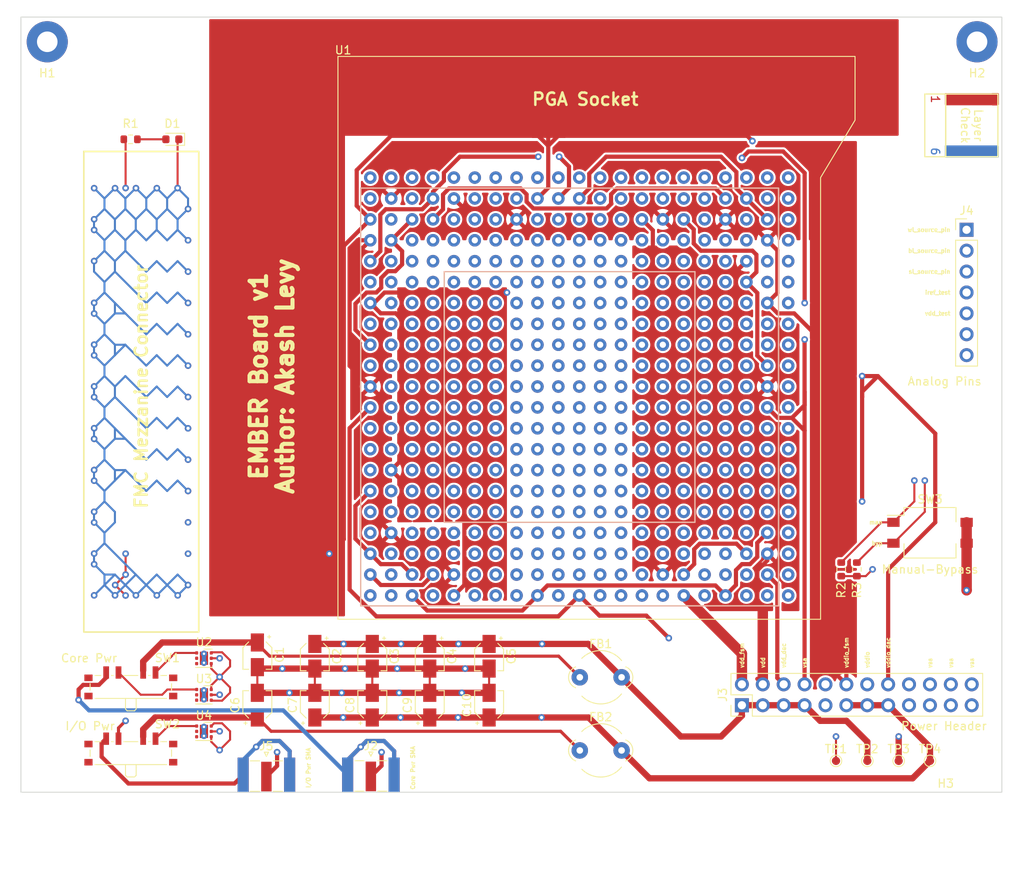
<source format=kicad_pcb>
(kicad_pcb (version 20211014) (generator pcbnew)
  (title_block (title "EMBER PCB Layout") (date "2022-10-13") (company "Stanford University"))
  (layers (0 "F.Cu" signal) (1 "In1.Cu" power) (2 "In2.Cu" power) (3 "In3.Cu" signal) (4 "In4.Cu" signal) (31 "B.Cu" signal) (34 "B.Paste" user) (35 "F.Paste" user) (36 "B.SilkS" user "B.Silkscreen") (37 "F.SilkS" user "F.Silkscreen") (38 "B.Mask" user) (39 "F.Mask" user) (44 "Edge.Cuts" user))
  (net 0 "")
  (net 1 "Net-(C6-Pad1)")
  (net 2 "Net-(J1-PadD1)")
  (net 3 "Net-(J2-Pad2)")
  (net 9 "Net-(SW1-Pad2)")
  (net 10 "Net-(SW1-Pad4)")
  (net 36 "Net-(C1-Pad1)")
  (net 37 "GND")
  (net 38 "Net-(D1-Pad2)")
  (net 39 "+3.3V")
  (net 40 "/sclk")
  (net 41 "/sc")
  (net 42 "/mosi")
  (net 43 "/miso")
  (net 44 "/rst_n")
  (net 45 "/mclk_pause")
  (net 46 "/byp")
  (net 47 "/man")
  (net 48 "/clamp_ref_0")
  (net 49 "/clamp_ref_1")
  (net 50 "/clamp_ref_2")
  (net 51 "/clamp_ref_3")
  (net 52 "/clamp_ref_4")
  (net 53 "/clamp_ref_5")
  (net 54 "/core_pwr")
  (net 55 "/vdd_fsm")
  (net 56 "/vdd")
  (net 57 "/vdd_dac")
  (net 58 "/vsa")
  (net 61 "/io_pwr")
  (net 62 "/vddio_fsm")
  (net 63 "/vddio")
  (net 64 "/vddio_dac")
  (net 67 "/wl_source_pin")
  (net 68 "/bl_source_pin")
  (net 69 "/sl_source_pin")
  (net 70 "/iref_test")
  (net 71 "/vdd_test")
  (net 237 "/di_36")
  (net 238 "/di_47")
  (net 239 "/read_ref_4")
  (net 240 "/rram_addr_0")
  (net 241 "/rram_addr_2")
  (net 242 "/rram_addr_10")
  (net 243 "/di_34")
  (net 244 "/sa_en")
  (net 245 "/read_ref_1")
  (net 246 "/read_ref_2")
  (net 247 "/rram_addr_1")
  (net 248 "/rram_addr_6")
  (net 249 "/sl_en")
  (net 250 "/read_dac_config_0")
  (net 251 "/di_37")
  (net 252 "/di_39")
  (net 253 "/di_41")
  (net 254 "/di_42")
  (net 255 "/di_44")
  (net 256 "/di_45")
  (net 257 "/set_rst")
  (net 258 "/read_ref_5")
  (net 259 "/rram_addr_4")
  (net 260 "/rram_addr_5")
  (net 261 "/rram_addr_8")
  (net 262 "/rram_addr_11")
  (net 263 "/rram_addr_13")
  (net 264 "/rram_addr_15")
  (net 265 "/di_27")
  (net 266 "/di_32")
  (net 267 "/di_33")
  (net 268 "/di_35")
  (net 269 "/di_38")
  (net 270 "/di_40")
  (net 271 "/di_43")
  (net 272 "/di_46")
  (net 273 "/read_ref_0")
  (net 274 "/read_ref_3")
  (net 275 "/rram_addr_3")
  (net 276 "/rram_addr_7")
  (net 277 "/rram_addr_9")
  (net 278 "/rram_addr_12")
  (net 279 "/rram_addr_14")
  (net 280 "/we")
  (net 281 "/read_dac_config_2")
  (net 282 "/di_23")
  (net 283 "/di_30")
  (net 284 "/di_31")
  (net 285 "/read_dac_config_1")
  (net 286 "/wl_dac_config_0")
  (net 287 "/wl_dac_config_3")
  (net 288 "/wl_dac_config_5")
  (net 289 "/di_25")
  (net 290 "/di_28")
  (net 291 "/di_29")
  (net 292 "/read_dac_config_3")
  (net 293 "/wl_dac_config_2")
  (net 294 "/wl_dac_config_7")
  (net 295 "/di_18")
  (net 296 "/di_24")
  (net 297 "/di_26")
  (net 298 "/wl_dac_config_1")
  (net 299 "/wl_dac_config_4")
  (net 300 "/di_16")
  (net 301 "/di_21")
  (net 302 "/di_22")
  (net 303 "/wl_dac_config_6")
  (net 304 "/wl_dac_en")
  (net 305 "/sa_do_2")
  (net 306 "/di_14")
  (net 307 "/di_17")
  (net 308 "/di_20")
  (net 309 "/di_19")
  (net 310 "/bleed_en")
  (net 311 "/wl_en")
  (net 312 "/sa_do_0")
  (net 313 "/sa_do_4")
  (net 314 "/di_12")
  (net 315 "/di_15")
  (net 316 "/di_13")
  (net 317 "/sa_do_3")
  (net 318 "/sa_do_1")
  (net 319 "/sa_do_5")
  (net 320 "/di_11")
  (net 321 "/di_9")
  (net 322 "/di_10")
  (net 323 "/sa_do_7")
  (net 324 "/sa_do_8")
  (net 325 "/sa_do_6")
  (net 326 "/di_7")
  (net 327 "/di_5")
  (net 328 "/di_6")
  (net 329 "/sa_do_11")
  (net 330 "/sa_do_12")
  (net 331 "/sa_do_9")
  (net 332 "/di_8")
  (net 333 "/di_4")
  (net 334 "/di_2")
  (net 335 "/sa_do_14")
  (net 336 "/sa_do_13")
  (net 337 "/di_0")
  (net 338 "/sa_do_18")
  (net 339 "/sa_do_16")
  (net 340 "/sa_do_10")
  (net 341 "/di_3")
  (net 342 "/sa_do_21")
  (net 343 "/sa_do_20")
  (net 344 "/sa_do_17")
  (net 345 "/di_1")
  (net 346 "/bl_en")
  (net 347 "/sa_do_23")
  (net 348 "/sa_do_22")
  (net 349 "/sa_do_15")
  (net 350 "/bsl_dac_en")
  (net 351 "/bsl_dac_config_4")
  (net 352 "/bsl_dac_config_2")
  (net 353 "/bsl_dac_config_0")
  (net 354 "/sa_do_45")
  (net 355 "/sa_do_39")
  (net 356 "/sa_do_36")
  (net 357 "/sa_do_32")
  (net 358 "/sa_do_29")
  (net 359 "/sa_do_27")
  (net 360 "/sa_do_25")
  (net 361 "/sa_do_24")
  (net 362 "/sa_do_19")
  (net 363 "/read_dac_en")
  (net 364 "/bsl_dac_config_3")
  (net 365 "/bsl_dac_config_1")
  (net 366 "/aclk")
  (net 367 "/sa_do_43")
  (net 368 "/sa_do_38")
  (net 369 "/sa_do_37")
  (net 370 "/sa_do_34")
  (net 371 "/sa_do_33")
  (net 372 "/sa_do_30")
  (net 373 "/sa_do_28")
  (net 374 "/sa_rdy")
  (net 375 "/sa_do_47")
  (net 376 "/sa_do_41")
  (net 377 "/sa_do_42")
  (net 378 "/sa_do_31")
  (net 379 "/sa_do_26")
  (net 380 "/sa_clk")
  (net 381 "/sa_do_46")
  (net 382 "/sa_do_44")
  (net 383 "/sa_do_40")
  (net 384 "/sa_do_35")
  (net 385 "Net-(SW2-Pad4)")
  (net 386 "/heartbeat")
  (net 387 "Net-(J5-Pad2)")
  (footprint "MountingHole:MountingHole_2.5mm" (layer "F.Cu") (at 185.45 139.275)
    (fp_text reference "H3")
    (fp_text value "MountingHole")
  )
  (footprint "Resistor_SMD:R_0603_1608Metric" (layer "F.Cu") (at 168.94 115.145 -90)
    (fp_text reference "R2")
    (fp_text value "100k")
  )
  (footprint "Button_Switch_SMD:SW_SP3T_PCM13" (layer "F.Cu") (at 82.58 137.16)
    (fp_text reference "SW2")
    (fp_text value "SW_SP3T")
  )
  (footprint "TestPoint:TestPoint_Pad_D1.0mm" (layer "F.Cu") (at 168.305 138.43)
    (fp_text reference "TP1")
    (fp_text value "TestPointHeartbeat")
  )
  (footprint "MountingHole:MountingHole_2.5mm_Pad" (layer "F.Cu") (at 72.42 51.01)
    (fp_text reference "H1")
    (fp_text value "MountingHole")
  )
  (footprint "Capacitor_SMD:CP_Elec_3x5.3" (layer "F.Cu") (at 111.935 131.655 90)
    (fp_text reference "C8")
    (fp_text value "22uF")
  )
  (footprint "TestPoint:TestPoint_Pad_D1.0mm" (layer "F.Cu") (at 172.115 138.43)
    (fp_text reference "TP2")
    (fp_text value "TestPointCorePwr")
  )
  (footprint "Connector_PinHeader_2.54mm:PinHeader_2x12_P2.54mm_Vertical" (layer "F.Cu") (at 156.865 131.665 90)
    (fp_text reference "J3")
    (fp_text value "Conn_02x12_Odd_Even")
  )
  (footprint "Ferrite_THT:LairdTech_28C0236-0JW-10" (layer "F.Cu") (at 137.16 128.27)
    (fp_text reference "FB1")
    (fp_text value "FerriteBead")
  )
  (footprint "Connector_PinHeader_2.54mm:PinHeader_1x07_P2.54mm_Vertical" (layer "F.Cu") (at 184.18 73.865)
    (fp_text reference "J4")
    (fp_text value "Conn_01x07")
  )
  (footprint "Ferrite_THT:LairdTech_28C0236-0JW-10" (layer "F.Cu") (at 137.16 137.16)
    (fp_text reference "FB2")
    (fp_text value "FerriteBead")
  )
  (footprint "Capacitor_SMD:CP_Elec_3x5.3" (layer "F.Cu") (at 111.935 125.71 -90)
    (fp_text reference "C3")
    (fp_text value "22uF")
  )
  (footprint "Connector_Coaxial:SMA_Samtec_SMA-J-P-X-ST-EM1_EdgeMount" (layer "F.Cu") (at 99.06 140.135)
    (fp_text reference "J5")
    (fp_text value "Conn_Coaxial_Power")
  )
  (footprint "Capacitor_SMD:CP_Elec_3x5.3" (layer "F.Cu") (at 97.965 125.535 -90)
    (fp_text reference "C1")
    (fp_text value "22uF")
  )
  (footprint "Resistor_SMD:R_0603_1608Metric" (layer "F.Cu") (at 82.55 62.865 180)
    (fp_text reference "R1")
    (fp_text value "1k")
  )
  (footprint "Capacitor_SMD:CP_Elec_3x5.3" (layer "F.Cu") (at 97.96 131.655 90)
    (fp_text reference "C6")
    (fp_text value "22uF")
  )
  (footprint "Capacitor_SMD:CP_Elec_3x5.3" (layer "F.Cu") (at 104.95 125.71 -90)
    (fp_text reference "C2")
    (fp_text value "100nF")
  )
  (footprint "Capacitor_SMD:CP_Elec_3x5.3" (layer "F.Cu") (at 126.135 125.71 -90)
    (fp_text reference "C5")
    (fp_text value "100nF")
  )
  (footprint "Capacitor_SMD:CP_Elec_3x5.3" (layer "F.Cu") (at 118.92 125.71 -90)
    (fp_text reference "C4")
    (fp_text value "10uF")
  )
  (footprint "Capacitor_SMD:CP_Elec_3x5.3" (layer "F.Cu") (at 118.92 131.655 90)
    (fp_text reference "C9")
    (fp_text value "10uF")
  )
  (footprint "Package_SON:WSON-6-1EP_2x2mm_P0.65mm_EP1x1.6mm_ThermalVias" (layer "F.Cu") (at 91.47 134.845)
    (fp_text reference "U4")
    (fp_text value "LP5912-2.5DRV")
  )
  (footprint "Capacitor_SMD:CP_Elec_3x5.3" (layer "F.Cu") (at 126.135 131.655 90)
    (fp_text reference "C10")
    (fp_text value "100nF")
  )
  (footprint "Resistor_SMD:R_0603_1608Metric" (layer "F.Cu") (at 170.845 115.145 -90)
    (fp_text reference "R3")
    (fp_text value "100k")
  )
  (footprint "Button_Switch_SMD:SW_SP3T_PCM13" (layer "F.Cu") (at 82.58 129.115)
    (fp_text reference "SW1")
    (fp_text value "SW_SP3T")
  )
  (footprint "Connector_Coaxial:SMA_Samtec_SMA-J-P-X-ST-EM1_EdgeMount" (layer "F.Cu") (at 111.76 140.1175)
    (fp_text reference "J2")
    (fp_text value "Conn_Coaxial_Power")
  )
  (footprint "TestPoint:TestPoint_Pad_D1.0mm" (layer "F.Cu") (at 179.735 138.43)
    (fp_text reference "TP4")
    (fp_text value "TestPointIOPwr")
  )
  (footprint "LED_SMD:LED_0603_1608Metric" (layer "F.Cu") (at 87.63 62.865 180)
    (fp_text reference "D1")
    (fp_text value "LED")
  )
  (footprint "TestPoint:TestPoint_Pad_D1.0mm" (layer "F.Cu") (at 175.925 138.43)
    (fp_text reference "TP3")
    (fp_text value "TestPointGnd")
  )
  (footprint "ember-pcb:ZIF-441_Aries" (layer "F.Cu") (at 107.7575 52.788)
    (fp_text reference "U1")
    (fp_text value "EMBER Macro")
  )
  (footprint "Package_SON:WSON-6-1EP_2x2mm_P0.65mm_EP1x1.6mm_ThermalVias" (layer "F.Cu") (at 91.47 125.955)
    (fp_text reference "U2")
    (fp_text value "LP5912-0.9DRV")
  )
  (footprint "Button_Switch_SMD:SW_DIP_SPSTx02_Slide_Omron_A6S-210x_W8.9mm_P2.54mm" (layer "F.Cu") (at 179.735 110.7)
    (fp_text reference "SW3")
    (fp_text value "SW_DIP_x02")
  )
  (footprint "Capacitor_SMD:CP_Elec_3x5.3" (layer "F.Cu") (at 104.95 131.655 90)
    (fp_text reference "C7")
    (fp_text value "100nF")
  )
  (footprint "MountingHole:MountingHole_2.5mm_Pad" (layer "F.Cu") (at 185.45 51.01)
    (fp_text reference "H2")
    (fp_text value "MountingHole")
  )
  (footprint "Package_SON:WSON-6-1EP_2x2mm_P0.65mm_EP1x1.6mm_ThermalVias" (layer "F.Cu") (at 91.47 130.4)
    (fp_text reference "U3")
    (fp_text value "LP5912-1.1DRV")
  )
  (gr_rect (start 187.99 57.36) (end 187.355 58.63) (layer "F.Cu") (width 0.2) (fill solid))
  (gr_rect (start 187.99 57.36) (end 187.355 58.63) (layer "F.Cu") (width 0.2) (fill solid))
  (gr_rect (start 187.99 57.36) (end 181.64 58.63) (layer "F.Cu") (width 0.2) (fill solid))
  (gr_rect (start 187.99 63.71) (end 181.64 64.98) (layer "B.Cu") (width 0.2) (fill solid))
  (gr_rect (start 120.68 78.95) (end 151.16 109.43) (layer "B.SilkS") (width 0.15) (fill none))
  (gr_rect (start 110.52 68.79) (end 161.32 119.59) (layer "B.SilkS") (width 0.15) (fill none))
  (gr_rect (start 76.865 64.345) (end 90.835 122.765) (layer "F.SilkS") (width 0.2) (fill none))
  (gr_rect (start 187.99 57.36) (end 181.64 64.98) (layer "F.SilkS") (width 0.15) (fill none))
  (gr_rect (start 110.52 68.79) (end 161.32 119.59) (layer "F.SilkS") (width 0.15) (fill none))
  (gr_rect (start 181.64 57.36) (end 179.1 64.98) (layer "F.SilkS") (width 0.15) (fill none))
  (gr_rect (start 120.68 78.95) (end 151.16 109.43) (layer "F.SilkS") (width 0.15) (fill none))
  (gr_rect (start 188.468 142.24) (end 69.215 48.006) (layer "Edge.Cuts") (width 0.1) (fill none))
  (gr_text "1" (at 180.37 57.995 270) (layer "F.Cu") (effects (font (size 1 1))))
  (gr_text "6" (at 180.37 64.345 270) (layer "B.Cu") (effects (font (size 1 1))))
  (gr_text "EMBER Board v1\nAuthor: Akash Levy" (at 99.725 91.65 90) (layer "F.SilkS") (effects (font (size 2 2) (thickness 0.5))))
  (gr_text "byp" (at 174.02 111.97) (layer "F.SilkS") (effects (font (size 0.5 0.5) (thickness 0.125)) (justify right)))
  (gr_text "vdd" (at 159.415 127.21 90) (layer "F.SilkS") (effects (font (size 0.5 0.5) (thickness 0.125)) (justify left)))
  (gr_text "man" (at 174.02 109.43) (layer "F.SilkS") (effects (font (size 0.5 0.5) (thickness 0.125)) (justify right)))
  (gr_text "vdd_test" (at 182.275 84.03) (layer "F.SilkS") (effects (font (size 0.5 0.5) (thickness 0.125)) (justify right)))
  (gr_text "vss" (at 182.275 127.21 90) (layer "F.SilkS") (effects (font (size 0.5 0.5) (thickness 0.125)) (justify left)))
  (gr_text "wl_source_pin" (at 182.275 73.865) (layer "F.SilkS") (effects (font (size 0.5 0.5) (thickness 0.125)) (justify right)))
  (gr_text "PGA Socket" (at 137.825 57.995) (layer "F.SilkS") (effects (font (size 1.5 1.5) (thickness 0.3))))
  (gr_text "vsa" (at 164.495 127.21 90) (layer "F.SilkS") (effects (font (size 0.5 0.5) (thickness 0.125)) (justify left)))
  (gr_text "vss" (at 184.815 127.21 90) (layer "F.SilkS") (effects (font (size 0.5 0.5) (thickness 0.125)) (justify left)))
  (gr_text "Layer\nCheck" (at 184.815 61.17 270) (layer "F.SilkS") (effects (font (size 1 1))))
  (gr_text "vddio_dac" (at 174.655 127.21 90) (layer "F.SilkS") (effects (font (size 0.5 0.5) (thickness 0.125)) (justify left)))
  (gr_text "vdd_dac" (at 161.955 127.21 90) (layer "F.SilkS") (effects (font (size 0.5 0.5) (thickness 0.125)) (justify left)))
  (gr_text "I/O Pwr SMA" (at 104.17 139.275 90) (layer "F.SilkS") (effects (font (size 0.5 0.5) (thickness 0.125))))
  (gr_text "Core Pwr" (at 77.5 125.94) (layer "F.SilkS") (effects (font (size 1 1))))
  (gr_text "Core Pwr SMA" (at 116.87 139.275 90) (layer "F.SilkS") (effects (font (size 0.5 0.5) (thickness 0.125))))
  (gr_text "Manual-Bypass" (at 179.735 115.145) (layer "F.SilkS") (effects (font (size 1 1))))
  (gr_text "Power Header" (at 186.72 134.195) (layer "F.SilkS") (effects (font (size 1 1)) (justify right)))
  (gr_text "iref_test" (at 182.275 81.49) (layer "F.SilkS") (effects (font (size 0.5 0.5) (thickness 0.125)) (justify right)))
  (gr_text "vddio_fsm" (at 169.575 127.21 90) (layer "F.SilkS") (effects (font (size 0.5 0.5) (thickness 0.125)) (justify left)))
  (gr_text "I/O Pwr" (at 77.63 134.195) (layer "F.SilkS") (effects (font (size 1 1))))
  (gr_text "vss" (at 179.735 127.21 90) (layer "F.SilkS") (effects (font (size 0.5 0.5) (thickness 0.125)) (justify left)))
  (gr_text "vdd_fsm" (at 156.875 127.21 90) (layer "F.SilkS") (effects (font (size 0.5 0.5) (thickness 0.125)) (justify left)))
  (gr_text "FMC Mezzanine Connector" (at 83.85 92.92 90) (layer "F.SilkS") (effects (font (size 1.5 1.5) (thickness 0.3))))
  (gr_text "vddio" (at 172.115 127.21 90) (layer "F.SilkS") (effects (font (size 0.5 0.5) (thickness 0.125)) (justify left)))
  (gr_text "sl_source_pin" (at 182.275 78.95) (layer "F.SilkS") (effects (font (size 0.5 0.5) (thickness 0.125)) (justify right)))
  (gr_text "Analog Pins\n" (at 186.085 92.285) (layer "F.SilkS") (effects (font (size 1 1)) (justify right)))
  (gr_text "bl_source_pin" (at 182.275 76.41) (layer "F.SilkS") (effects (font (size 0.5 0.5) (thickness 0.125)) (justify right)))
  (segment (start 99.635 134.83) (end 134.83 134.83) (width 0.381) (layer "F.Cu") (net 1))
  (segment (start 85.525 133.155) (end 97.96 133.155) (width 0.762) (layer "F.Cu") (net 1))
  (segment (start 97.96 133.155) (end 99.635 134.83) (width 0.381) (layer "F.Cu") (net 1))
  (segment (start 84.08 135.48) (end 84.08 134.6) (width 0.762) (layer "F.Cu") (net 1))
  (segment (start 84.08 134.6) (end 85.525 133.155) (width 0.762) (layer "F.Cu") (net 1))
  (segment (start 134.83 134.83) (end 137.16 137.16) (width 0.381) (layer "F.Cu") (net 1))
  (segment (start 81.945 68.79) (end 81.945 63.085) (width 0.25) (layer "F.Cu") (net 2))
  (via (at 81.945 68.79) (size 0.8) (drill 0.4) (layers "F.Cu" "B.Cu") (net 2))
  (segment (start 114.585 137.234695) (end 113.360305 136.01) (width 0.508) (layer "F.Cu") (net 3))
  (segment (start 111.245 136.01) (end 110.52 136.735) (width 0.508) (layer "F.Cu") (net 3))
  (segment (start 110.52 136.735) (end 108.935 138.32) (width 0.508) (layer "F.Cu") (net 3))
  (segment (start 78.696 129.189) (end 79.58 128.305) (width 0.508) (layer "F.Cu") (net 3))
  (segment (start 79.58 128.305) (end 79.58 127.685) (width 0.508) (layer "F.Cu") (net 3))
  (segment (start 114.585 140.1175) (end 114.585 137.234695) (width 0.508) (layer "F.Cu") (net 3))
  (segment (start 76.23 131.02) (end 76.23 129.75) (width 0.508) (layer "F.Cu") (net 3))
  (segment (start 113.360305 136.01) (end 111.245 136.01) (width 0.508) (layer "F.Cu") (net 3))
  (segment (start 76.23 129.75) (end 76.791 129.189) (width 0.508) (layer "F.Cu") (net 3))
  (segment (start 76.791 129.189) (end 78.696 129.189) (width 0.508) (layer "F.Cu") (net 3))
  (via (at 110.52 136.735) (size 0.8) (drill 0.4) (layers "F.Cu" "B.Cu") (net 3))
  (via (at 76.23 131.02) (size 0.8) (drill 0.4) (layers "F.Cu" "B.Cu") (net 3))
  (segment (start 77.5 132.29) (end 101.1075 132.29) (width 0.508) (layer "B.Cu") (net 3))
  (segment (start 114.585 140.1175) (end 114.585 137.234695) (width 0.508) (layer "B.Cu") (net 3))
  (segment (start 114.585 137.234695) (end 113.360305 136.01) (width 0.508) (layer "B.Cu") (net 3))
  (segment (start 113.360305 136.01) (end 111.245 136.01) (width 0.508) (layer "B.Cu") (net 3))
  (segment (start 111.245 136.01) (end 108.935 138.32) (width 0.508) (layer "B.Cu") (net 3))
  (segment (start 101.1075 132.29) (end 108.935 140.1175) (width 0.508) (layer "B.Cu") (net 3))
  (segment (start 76.23 131.02) (end 77.5 132.29) (width 0.508) (layer "B.Cu") (net 3))
  (segment (start 86.39 130.385) (end 87.025 129.75) (width 0.25) (layer "F.Cu") (net 9))
  (segment (start 83.78 130.385) (end 86.39 130.385) (width 0.25) (layer "F.Cu") (net 9))
  (segment (start 81.08 127.685) (end 83.78 130.385) (width 0.25) (layer "F.Cu") (net 9))
  (segment (start 87.025 129.75) (end 90.5825 129.75) (width 0.25) (layer "F.Cu") (net 9))
  (segment (start 90.5825 125.305) (end 87.96 125.305) (width 0.25) (layer "F.Cu") (net 10))
  (segment (start 87.96 125.305) (end 85.58 127.685) (width 0.25) (layer "F.Cu") (net 10))
  (segment (start 97.79 124.035) (end 99.39 125.635) (width 0.381) (layer "F.Cu") (net 36))
  (segment (start 99.4555 125.7005) (end 134.5905 125.7005) (width 0.381) (layer "F.Cu") (net 36))
  (segment (start 84.08 127.435) (end 84.08 126.345) (width 0.762) (layer "F.Cu") (net 36))
  (segment (start 86.39 124.035) (end 97.79 124.035) (width 0.762) (layer "F.Cu") (net 36))
  (segment (start 99.39 125.635) (end 99.4555 125.7005) (width 0.381) (layer "F.Cu") (net 36))
  (segment (start 84.08 126.345) (end 86.39 124.035) (width 0.762) (layer "F.Cu") (net 36))
  (segment (start 134.5905 125.7005) (end 137.16 128.27) (width 0.381) (layer "F.Cu") (net 36))
  (segment (start 126.135 130.155) (end 122.815 130.155) (width 0.762) (layer "F.Cu") (net 37))
  (segment (start 104.95 127.21) (end 104.95 130.155) (width 0.25) (layer "F.Cu") (net 37))
  (segment (start 92.3575 134.845) (end 93.36 134.845) (width 0.25) (layer "F.Cu") (net 37))
  (segment (start 100.995 127.21) (end 108.615 127.21) (width 0.762) (layer "F.Cu") (net 37))
  (segment (start 175.925 138.43) (end 175.925 135.465) (width 0.762) (layer "F.Cu") (net 37))
  (segment (start 113.06 139.0175) (end 111.76 140.3175) (width 0.508) (layer "F.Cu") (net 37))
  (segment (start 92.3575 130.4) (end 93.36 130.4) (width 0.25) (layer "F.Cu") (net 37))
  (segment (start 97.965 127.21) (end 100.995 127.21) (width 0.762) (layer "F.Cu") (net 37))
  (segment (start 122.815 130.155) (end 115.195 130.155) (width 0.762) (layer "F.Cu") (net 37))
  (segment (start 92.3575 125.955) (end 93.375 125.955) (width 0.25) (layer "F.Cu") (net 37))
  (segment (start 101.86 130.155) (end 97.96 130.155) (width 0.762) (layer "F.Cu") (net 37))
  (segment (start 108.21 130.155) (end 101.86 130.155) (width 0.762) (layer "F.Cu") (net 37))
  (segment (start 111.935 127.21) (end 111.935 130.155) (width 0.25) (layer "F.Cu") (net 37))
  (segment (start 113.06 137.37) (end 113.06 139.0175) (width 0.508) (layer "F.Cu") (net 37))
  (segment (start 88.265 68.79) (end 88.265 63.0175) (width 0.25) (layer "F.Cu") (net 37))
  (segment (start 100.36 137.37) (end 100.36 139.035) (width 0.508) (layer "F.Cu") (net 37))
  (segment (start 171.925 115.97) (end 168.94 115.97) (width 0.25) (layer "F.Cu") (net 37))
  (segment (start 100.36 139.035) (end 99.06 140.335) (width 0.508) (layer "F.Cu") (net 37))
  (segment (start 97.96 130.155) (end 97.96 127.215) (width 0.25) (layer "F.Cu") (net 37))
  (segment (start 123.22 127.21) (end 126.135 127.21) (width 0.762) (layer "F.Cu") (net 37))
  (segment (start 108.615 127.21) (end 114.965 127.21) (width 0.762) (layer "F.Cu") (net 37))
  (segment (start 126.135 127.21) (end 126.135 130.155) (width 0.25) (layer "F.Cu") (net 37))
  (segment (start 93.36 130.4) (end 93.375 130.385) (width 0.25) (layer "F.Cu") (net 37))
  (segment (start 118.92 127.21) (end 118.92 130.155) (width 0.25) (layer "F.Cu") (net 37))
  (segment (start 172.75 115.145) (end 171.925 115.97) (width 0.25) (layer "F.Cu") (net 37))
  (segment (start 115.195 130.155) (end 108.21 130.155) (width 0.762) (layer "F.Cu") (net 37))
  (segment (start 114.965 127.21) (end 123.22 127.21) (width 0.762) (layer "F.Cu") (net 37))
  (segment (start 93.36 134.845) (end 93.375 134.83) (width 0.25) (layer "F.Cu") (net 37))
  (via (at 93.375 125.955) (size 0.8) (drill 0.4) (layers "F.Cu" "B.Cu") (net 37))
  (via (at 89.535 105.62) (size 0.8) (drill 0.4) (layers "F.Cu" "B.Cu") (net 37))
  (via (at 89.535 109.43) (size 0.8) (drill 0.4) (layers "F.Cu" "B.Cu") (net 37))
  (via (at 85.74 68.805) (size 0.8) (drill 0.4) (layers "F.Cu" "B.Cu") (net 37))
  (via (at 78.12 87.825) (size 0.8) (drill 0.4) (layers "F.Cu" "B.Cu") (net 37))
  (via (at 108.21 130.155) (size 0.8) (drill 0.4) (layers "F.Cu" "B.Cu") (net 37))
  (via (at 100.36 137.37) (size 0.8) (drill 0.4) (layers "F.Cu" "B.Cu") (net 37))
  (via (at 123.22 127.21) (size 0.8) (drill 0.4) (layers "F.Cu" "B.Cu") (net 37))
  (via (at 83.1975 118.3025) (size 0.8) (drill 0.4) (layers "F.Cu" "B.Cu") (net 37))
  (via (at 78.12 89.125) (size 0.8) (drill 0.4) (layers "F.Cu" "B.Cu") (net 37))
  (via (at 78.12 114.525) (size 0.8) (drill 0.4) (layers "F.Cu" "B.Cu") (net 37))
  (via (at 78.12 108.145) (size 0.8) (drill 0.4) (layers "F.Cu" "B.Cu") (net 37))
  (via (at 78.12 72.585) (size 0.8) (drill 0.4) (layers "F.Cu" "B.Cu") (net 37))
  (via (at 78.12 103.065) (size 0.8) (drill 0.4) (layers "F.Cu" "B.Cu") (net 37))
  (via (at 89.535 75.14) (size 0.8) (drill 0.4) (layers "F.Cu" "B.Cu") (net 37))
  (via (at 89.535 82.76) (size 0.8) (drill 0.4) (layers "F.Cu" "B.Cu") (net 37))
  (via (at 89.535 78.95) (size 0.8) (drill 0.4) (layers "F.Cu" "B.Cu") (net 37))
  (via (at 78.12 104.365) (size 0.8) (drill 0.4) (layers "F.Cu" "B.Cu") (net 37))
  (via (at 115.195 130.155) (size 0.8) (drill 0.4) (layers "F.Cu" "B.Cu") (net 37))
  (via (at 78.12 82.745) (size 0.8) (drill 0.4) (layers "F.Cu" "B.Cu") (net 37))
  (via (at 78.12 92.905) (size 0.8) (drill 0.4) (layers "F.Cu" "B.Cu") (net 37))
  (via (at 89.535 113.24) (size 0.8) (drill 0.4) (layers "F.Cu" "B.Cu") (net 37))
  (via (at 78.12 109.445) (size 0.8) (drill 0.4) (layers "F.Cu" "B.Cu") (net 37))
  (via (at 122.815 130.155) (size 0.8) (drill 0.4) (layers "F.Cu" "B.Cu") (net 37))
  (via (at 101.86 130.155) (size 0.8) (drill 0.4) (layers "F.Cu" "B.Cu") (net 37))
  (via (at 172.75 115.145) (size 0.8) (drill 0.4) (layers "F.Cu" "B.Cu") (net 37))
  (via (at 113.06 137.37) (size 0.8) (drill 0.4) (layers "F.Cu" "B.Cu") (net 37))
  (via (at 108.615 127.21) (size 0.8) (drill 0.4) (layers "F.Cu" "B.Cu") (net 37))
  (via (at 78.12 77.665) (size 0.8) (drill 0.4) (layers "F.Cu" "B.Cu") (net 37))
  (via (at 89.535 71.33) (size 0.8) (drill 0.4) (layers "F.Cu" "B.Cu") (net 37))
  (via (at 78.12 84.045) (size 0.8) (drill 0.4) (layers "F.Cu" "B.Cu") (net 37))
  (via (at 78.12 118.305) (size 0.8) (drill 0.4) (layers "F.Cu" "B.Cu") (net 37))
  (via (at 175.925 135.465) (size 0.8) (drill 0.4) (layers "F.Cu" "B.Cu") (net 37))
  (via (at 89.535 86.57) (size 0.8) (drill 0.4) (layers "F.Cu" "B.Cu") (net 37))
  (via (at 100.995 127.21) (size 0.8) (drill 0.4) (layers "F.Cu" "B.Cu") (net 37))
  (via (at 89.535 117.05) (size 0.8) (drill 0.4) (layers "F.Cu" "B.Cu") (net 37))
  (via (at 78.12 99.285) (size 0.8) (drill 0.4) (layers "F.Cu" "B.Cu") (net 37))
  (via (at 85.74 118.305) (size 0.8) (drill 0.4) (layers "F.Cu" "B.Cu") (net 37))
  (via (at 80.66 68.805) (size 0.8) (drill 0.4) (layers "F.Cu" "B.Cu") (net 37))
  (via (at 78.12 113.225) (size 0.8) (drill 0.4) (layers "F.Cu" "B.Cu") (net 37))
  (via (at 88.265 68.79) (size 0.8) (drill 0.4) (layers "F.Cu" "B.Cu") (net 37))
  (via (at 88.28 118.305) (size 0.8) (drill 0.4) (layers "F.Cu" "B.Cu") (net 37))
  (via (at 78.12 73.885) (size 0.8) (drill 0.4) (layers "F.Cu" "B.Cu") (net 37))
  (via (at 78.12 97.985) (size 0.8) (drill 0.4) (layers "F.Cu" "B.Cu") (net 37))
  (via (at 80.66 118.305) (size 0.8) (drill 0.4) (layers "F.Cu" "B.Cu") (net 37))
  (via (at 89.535 94.195) (size 0.8) (drill 0.4) (layers "F.Cu" "B.Cu") (net 37))
  (via (at 114.965 127.21) (size 0.8) (drill 0.4) (layers "F.Cu" "B.Cu") (net 37))
  (via (at 93.375 130.385) (size 0.8) (drill 0.4) (layers "F.Cu" "B.Cu") (net 37))
  (via (at 78.12 68.805) (size 0.8) (drill 0.4) (layers "F.Cu" "B.Cu") (net 37))
  (via (at 89.535 101.81) (size 0.8) (drill 0.4) (layers "F.Cu" "B.Cu") (net 37))
  (via (at 93.375 134.83) (size 0.8) (drill 0.4) (layers "F.Cu" "B.Cu") (net 37))
  (via (at 89.535 98) (size 0.8) (drill 0.4) (layers "F.Cu" "B.Cu") (net 37))
  (via (at 89.535 90.38) (size 0.8) (drill 0.4) (layers "F.Cu" "B.Cu") (net 37))
  (via (at 83.2025 68.8025) (size 0.8) (drill 0.4) (layers "F.Cu" "B.Cu") (net 37))
  (via (at 78.12 94.205) (size 0.8) (drill 0.4) (layers "F.Cu" "B.Cu") (net 37))
  (segment (start 86.995 98) (end 85.725 96.73) (width 0.25) (layer "B.Cu") (net 37))
  (segment (start 81.915 87.84) (end 84.455 90.38) (width 0.25) (layer "B.Cu") (net 37))
  (segment (start 80.645 68.79) (end 79.375 70.06) (width 0.25) (layer "B.Cu") (net 37))
  (segment (start 83.18 72.6) (end 81.915 71.335) (width 0.25) (layer "B.Cu") (net 37))
  (segment (start 78.105 98) (end 78.105 99.27) (width 0.25) (layer "B.Cu") (net 37))
  (segment (start 84.46 71.335) (end 85.725 72.6) (width 0.25) (layer "B.Cu") (net 37))
  (segment (start 79.375 91.65) (end 79.375 90.38) (width 0.25) (layer "B.Cu") (net 37))
  (segment (start 78.12 82.745) (end 79.375 81.49) (width 0.25) (layer "B.Cu") (net 37))
  (segment (start 78.12 92.905) (end 79.375 91.65) (width 0.25) (layer "B.Cu") (net 37))
  (segment (start 79.375 70.06) (end 79.375 71.33) (width 0.25) (layer "B.Cu") (net 37))
  (segment (start 85.725 92.925) (end 86.995 94.195) (width 0.25) (layer "B.Cu") (net 37))
  (segment (start 88.265 72.6) (end 88.265 73.87) (width 0.25) (layer "B.Cu") (net 37))
  (segment (start 79.375 101.81) (end 78.12 103.065) (width 0.25) (layer "B.Cu") (net 37))
  (segment (start 86.995 86.57) (end 85.725 85.3) (width 0.25) (layer "B.Cu") (net 37))
  (segment (start 80.65 92.915) (end 81.915 91.65) (width 0.25) (layer "B.Cu") (net 37))
  (segment (start 83.18 73.875) (end 83.18 72.6) (width 0.25) (layer "B.Cu") (net 37))
  (segment (start 79.375 96.73) (end 79.375 95.46) (width 0.25) (layer "B.Cu") (net 37))
  (segment (start 80.645 108.16) (end 80.645 109.43) (width 0.25) (layer "B.Cu") (net 37))
  (segment (start 80.645 87.84) (end 81.915 87.84) (width 0.25) (layer "B.Cu") (net 37))
  (segment (start 88.265 92.925) (end 89.535 94.195) (width 0.25) (layer "B.Cu") (net 37))
  (segment (start 80.66 118.305) (end 83.18 115.785) (width 0.25) (layer "B.Cu") (net 37))
  (segment (start 79.375 75.14) (end 80.645 73.87) (width 0.25) (layer "B.Cu") (net 37))
  (segment (start 88.265 73.87) (end 89.535 75.14) (width 0.25) (layer "B.Cu") (net 37))
  (segment (start 80.645 99.27) (end 79.375 100.54) (width 0.25) (layer "B.Cu") (net 37))
  (segment (start 78.12 77.665) (end 79.375 76.41) (width 0.25) (layer "B.Cu") (net 37))
  (segment (start 89.535 70.06) (end 89.535 71.33) (width 0.25) (layer "B.Cu") (net 37))
  (segment (start 79.375 106.89) (end 80.645 108.16) (width 0.25) (layer "B.Cu") (net 37))
  (segment (start 84.46 98) (end 80.655 94.195) (width 0.25) (layer "B.Cu") (net 37))
  (segment (start 79.375 80.22) (end 78.105 78.95) (width 0.25) (layer "B.Cu") (net 37))
  (segment (start 80.645 89.11) (end 81.915 87.84) (width 0.25) (layer "B.Cu") (net 37))
  (segment (start 85.725 73.87) (end 86.995 75.14) (width 0.25) (layer "B.Cu") (net 37))
  (segment (start 85.725 89.11) (end 86.995 90.38) (width 0.25) (layer "B.Cu") (net 37))
  (segment (start 89.535 98) (end 88.265 96.73) (width 0.25) (layer "B.Cu") (net 37))
  (segment (start 79.375 115.78) (end 79.375 117.05) (width 0.25) (layer "B.Cu") (net 37))
  (segment (start 83.18 68.795) (end 81.915 70.06) (width 0.25) (layer "B.Cu") (net 37))
  (segment (start 79.375 115.78) (end 80.645 115.78) (width 0.25) (layer "B.Cu") (net 37))
  (segment (start 79.375 71.33) (end 80.645 72.6) (width 0.25) (layer "B.Cu") (net 37))
  (segment (start 84.46 90.375) (end 85.725 89.11) (width 0.25) (layer "B.Cu") (net 37))
  (segment (start 79.375 111.97) (end 78.12 113.225) (width 0.25) (layer "B.Cu") (net 37))
  (segment (start 85.725 104.35) (end 86.995 105.62) (width 0.25) (layer "B.Cu") (net 37))
  (segment (start 88.265 115.78) (end 89.535 117.05) (width 0.25) (layer "B.Cu") (net 37))
  (segment (start 85.725 85.305) (end 84.46 86.57) (width 0.25) (layer "B.Cu") (net 37))
  (segment (start 79.375 117.05) (end 78.12 118.305) (width 0.25) (layer "B.Cu") (net 37))
  (segment (start 79.375 76.41) (end 80.645 77.68) (width 0.25) (layer "B.Cu") (net 37))
  (segment (start 79.375 111.97) (end 85.725 118.32) (width 0.25) (layer "B.Cu") (net 37))
  (segment (start 80.645 72.6) (end 80.645 73.87) (width 0.25) (layer "B.Cu") (net 37))
  (segment (start 79.375 80.22) (end 79.375 81.49) (width 0.25) (layer "B.Cu") (net 37))
  (segment (start 84.46 70.055) (end 85.725 68.79) (width 0.25) (layer "B.Cu") (net 37))
  (segment (start 80.645 84.03) (end 81.915 84.03) (width 0.25) (layer "B.Cu") (net 37))
  (segment (start 85.725 81.49) (end 86.995 82.76) (width 0.25) (layer "B.Cu") (net 37))
  (segment (start 81.915 76.41) (end 84.455 78.95) (width 0.25) (layer "B.Cu") (net 37))
  (segment (start 80.645 103.11) (end 80.645 104.35) (width 0.25) (layer "B.Cu") (net 37))
  (segment (start 85.725 72.6) (end 85.725 73.87) (width 0.25) (layer "B.Cu") (net 37))
  (segment (start 78.12 109.445) (end 79.375 110.7) (width 0.25) (layer "B.Cu") (net 37))
  (segment (start 85.725 115.78) (end 88.265 118.32) (width 0.25) (layer "B.Cu") (net 37))
  (segment (start 80.645 98) (end 80.645 99.27) (width 0.25) (layer "B.Cu") (net 37))
  (segment (start 81.915 71.33) (end 80.645 72.6) (width 0.25) (layer "B.Cu") (net 37))
  (segment (start 85.725 96.735) (end 84.46 98) (width 0.25) (layer "B.Cu") (net 37))
  (segment (start 89.535 101.81) (end 88.265 100.54) (width 0.25) (layer "B.Cu") (net 37))
  (segment (start 79.375 117.05) (end 80.645 118.32) (width 0.25) (layer "B.Cu") (net 37))
  (segment (start 78.105 113.24) (end 78.105 114.51) (width 0.25) (layer "B.Cu") (net 37))
  (segment (start 79.375 117.05) (end 80.645 115.78) (width 0.25) (layer "B.Cu") (net 37))
  (segment (start 79.38 91.65) (end 80.645 92.915) (width 0.25) (layer "B.Cu") (net 37))
  (segment (start 79.375 71.33) (end 78.12 72.585) (width 0.25) (layer "B.Cu") (net 37))
  (segment (start 79.375 85.3) (end 79.375 86.57) (width 0.25) (layer "B.Cu") (net 37))
  (segment (start 89.535 86.57) (end 88.265 85.3) (width 0.25) (layer "B.Cu") (net 37))
  (segment (start 79.375 105.62) (end 79.375 106.89) (width 0.25) (layer "B.Cu") (net 37))
  (segment (start 79.375 101.81) (end 80.645 103.08) (width 0.25) (layer "B.Cu") (net 37))
  (segment (start 84.46 86.57) (end 79.38 81.49) (width 0.25) (layer "B.Cu") (net 37))
  (segment (start 79.375 110.7) (end 79.375 111.97) (width 0.25) (layer "B.Cu") (net 37))
  (segment (start 85.725 73.875) (end 84.46 75.14) (width 0.25) (layer "B.Cu") (net 37))
  (segment (start 80.645 99.27) (end 81.915 99.27) (width 0.25) (layer "B.Cu") (net 37))
  (segment (start 80.645 104.35) (end 81.915 103.08) (width 0.25) (layer "B.Cu") (net 37))
  (segment (start 79.375 110.7) (end 80.645 109.43) (width 0.25) (layer "B.Cu") (net 37))
  (segment (start 78.12 104.365) (end 79.375 105.62) (width 0.25) (layer "B.Cu") (net 37))
  (segment (start 78.12 68.805) (end 79.375 70.06) (width 0.25) (layer "B.Cu") (net 37))
  (segment (start 78.105 87.84) (end 78.105 89.11) (width 0.25) (layer "B.Cu") (net 37))
  (segment (start 78.12 94.205) (end 79.375 95.46) (width 0.25) (layer "B.Cu") (net 37))
  (segment (start 86.995 90.38) (end 88.265 89.11) (width 0.25) (layer "B.Cu") (net 37))
  (segment (start 85.725 100.545) (end 84.46 101.81) (width 0.25) (layer "B.Cu") (net 37))
  (segment (start 86.995 101.81) (end 85.725 100.54) (width 0.25) (layer "B.Cu") (net 37))
  (segment (start 89.535 117.05) (end 88.28 118.305) (width 0.25) (layer "B.Cu") (net 37))
  (segment (start 86.995 98) (end 88.265 96.73) (width 0.25) (layer "B.Cu") (net 37))
  (segment (start 88.265 73.87) (end 86.995 75.14) (width 0.25) (layer "B.Cu") (net 37))
  (segment (start 80.645 73.87) (end 81.915 75.14) (width 0.25) (layer "B.Cu") (net 37))
  (segment (start 78.105 78.95) (end 78.105 77.68) (width 0.25) (layer "B.Cu") (net 37))
  (segment (start 88.265 81.49) (end 89.535 82.76) (width 0.25) (layer "B.Cu") (net 37))
  (segment (start 78.12 89.125) (end 79.375 90.38) (width 0.25) (layer "B.Cu") (net 37))
  (segment (start 81.915 76.41) (end 81.915 75.14) (width 0.25) (layer "B.Cu") (net 37))
  (segment (start 85.74 118.305) (end 88.265 115.78) (width 0.25) (layer "B.Cu") (net 37))
  (segment (start 89.535 71.33) (end 88.265 72.6) (width 0.25) (layer "B.Cu") (net 37))
  (segment (start 85.725 77.685) (end 84.46 78.95) (width 0.25) (layer "B.Cu") (net 37))
  (segment (start 80.645 103.08) (end 81.915 103.08) (width 0.25) (layer "B.Cu") (net 37))
  (segment (start 88.265 85.3) (end 86.995 86.57) (width 0.25) (layer "B.Cu") (net 37))
  (segment (start 84.45 71.33) (end 83.18 72.6) (width 0.25) (layer "B.Cu") (net 37))
  (segment (start 79.375 80.22) (end 80.645 78.95) (width 0.25) (layer "B.Cu") (net 37))
  (segment (start 78.105 82.76) (end 78.105 84.03) (width 0.25) (layer "B.Cu") (net 37))
  (segment (start 86.995 101.81) (end 88.265 100.54) (width 0.25) (layer "B.Cu") (net 37))
  (segment (start 79.375 86.57) (end 80.645 87.84) (width 0.25) (layer "B.Cu") (net 37))
  (segment (start 81.915 117.055) (end 83.18 118.32) (width 0.25) (layer "B.Cu") (net 37))
  (segment (start 84.46 70.06) (end 84.46 71.33) (width 0.25) (layer "B.Cu") (net 37))
  (segment (start 86.995 71.33) (end 85.725 72.6) (width 0.25) (layer "B.Cu") (net 37))
  (segment (start 89.535 78.95) (end 88.265 77.68) (width 0.25) (layer "B.Cu") (net 37))
  (segment (start 80.645 84.03) (end 79.375 85.3) (width 0.25) (layer "B.Cu") (net 37))
  (segment (start 79.375 75.14) (end 79.375 76.41) (width 0.25) (layer "B.Cu") (net 37))
  (segment (start 88.265 68.79) (end 89.535 70.06) (width 0.25) (layer "B.Cu") (net 37))
  (segment (start 78.12 114.525) (end 79.375 115.78) (width 0.25) (layer "B.Cu") (net 37))
  (segment (start 79.375 90.38) (end 80.645 89.11) (width 0.25) (layer "B.Cu") (net 37))
  (segment (start 88.265 68.79) (end 86.995 70.06) (width 0.25) (layer "B.Cu") (net 37))
  (segment (start 81.915 71.335) (end 81.915 70.06) (width 0.25) (layer "B.Cu") (net 37))
  (segment (start 79.38 95.46) (end 80.645 94.195) (width 0.25) (layer "B.Cu") (net 37))
  (segment (start 81.915 103.08) (end 84.455 105.62) (width 0.25) (layer "B.Cu") (net 37))
  (segment (start 78.12 73.885) (end 79.375 75.14) (width 0.25) (layer "B.Cu") (net 37))
  (segment (start 88.265 77.68) (end 86.995 78.95) (width 0.25) (layer "B.Cu") (net 37))
  (segment (start 86.995 70.06) (end 86.995 71.33) (width 0.25) (layer "B.Cu") (net 37))
  (segment (start 80.645 89.11) (end 80.645 87.84) (width 0.25) (layer "B.Cu") (net 37))
  (segment (start 78.105 92.915) (end 78.105 94.195) (width 0.25) (layer "B.Cu") (net 37))
  (segment (start 80.645 104.35) (end 79.375 105.62) (width 0.25) (layer "B.Cu") (net 37))
  (segment (start 80.645 115.78) (end 81.915 117.05) (width 0.25) (layer "B.Cu") (net 37))
  (segment (start 86.995 94.185) (end 88.265 92.915) (width 0.25) (layer "B.Cu") (net 37))
  (segment (start 88.265 89.11) (end 89.535 90.38) (width 0.25) (layer "B.Cu") (net 37))
  (segment (start 78.105 103.08) (end 78.105 104.35) (width 0.25) (layer "B.Cu") (net 37))
  (segment (start 83.19 73.87) (end 84.46 75.14) (width 0.25) (layer "B.Cu") (net 37))
  (segment (start 80.645 78.95) (end 84.455 82.76) (width 0.25) (layer "B.Cu") (net 37))
  (segment (start 84.46 82.755) (end 85.725 81.49) (width 0.25) (layer "B.Cu") (net 37))
  (segment (start 80.645 77.68) (end 80.645 78.95) (width 0.25) (layer "B.Cu") (net 37))
  (segment (start 84.46 94.18) (end 85.725 92.915) (width 0.25) (layer "B.Cu") (net 37))
  (segment (start 84.46 101.81) (end 79.38 96.73) (width 0.25) (layer "B.Cu") (net 37))
  (segment (start 80.66 68.805) (end 81.915 70.06) (width 0.25) (layer "B.Cu") (net 37))
  (segment (start 79.375 86.57) (end 78.12 87.825) (width 0.25) (layer "B.Cu") (net 37))
  (segment (start 81.915 91.65) (end 84.46 94.195) (width 0.25) (layer "B.Cu") (net 37))
  (segment (start 83.1975 118.3025) (end 85.72 115.78) (width 0.25) (layer "B.Cu") (net 37))
  (segment (start 86.995 71.33) (end 88.265 72.6) (width 0.25) (layer "B.Cu") (net 37))
  (segment (start 80.645 77.68) (end 81.915 76.41) (width 0.25) (layer "B.Cu") (net 37))
  (segment (start 81.915 75.14) (end 83.18 73.875) (width 0.25) (layer "B.Cu") (net 37))
  (segment (start 79.375 96.73) (end 78.12 97.985) (width 0.25) (layer "B.Cu") (net 37))
  (segment (start 83.2025 68.8025) (end 84.46 70.06) (width 0.25) (layer "B.Cu") (net 37))
  (segment (start 78.12 99.285) (end 79.375 100.54) (width 0.25) (layer "B.Cu") (net 37))
  (segment (start 79.375 85.3) (end 78.12 84.045) (width 0.25) (layer "B.Cu") (net 37))
  (segment (start 80.645 82.76) (end 80.645 84.03) (width 0.25) (layer "B.Cu") (net 37))
  (segment (start 79.375 106.89) (end 78.12 108.145) (width 0.25) (layer "B.Cu") (net 37))
  (segment (start 78.105 108.16) (end 78.105 109.43) (width 0.25) (layer "B.Cu") (net 37))
  (segment (start 79.375 100.54) (end 79.375 101.81) (width 0.25) (layer "B.Cu") (net 37))
  (segment (start 86.995 78.95) (end 85.725 77.68) (width 0.25) (layer "B.Cu") (net 37))
  (segment (start 86.995 82.76) (end 88.265 81.49) (width 0.25) (layer "B.Cu") (net 37))
  (segment (start 80.645 92.915) (end 80.645 94.195) (width 0.25) (layer "B.Cu") (net 37))
  (segment (start 88.265 104.35) (end 89.535 105.62) (width 0.25) (layer "B.Cu") (net 37))
  (segment (start 85.74 68.805) (end 86.995 70.06) (width 0.25) (layer "B.Cu") (net 37))
  (segment (start 78.105 72.6) (end 78.105 73.87) (width 0.25) (layer "B.Cu") (net 37))
  (segment (start 84.46 105.615) (end 85.725 104.35) (width 0.25) (layer "B.Cu") (net 37))
  (segment (start 86.995 105.62) (end 88.265 104.35) (width 0.25) (layer "B.Cu") (net 37))
  (segment (start 83.375 62.865) (end 86.8425 62.865) (width 0.25) (layer "F.Cu") (net 38))
  (segment (start 94.645 135.8475) (end 93.375 137.1175) (width 0.25) (layer "F.Cu") (net 39))
  (segment (start 93.675305 125.23) (end 94.645 126.199695) (width 0.25) (layer "F.Cu") (net 39))
  (segment (start 93.676 133.861) (end 94.645 134.83) (width 0.25) (layer "F.Cu") (net 39))
  (segment (start 92.4175 131.11) (end 93.675305 131.11) (width 0.25) (layer "F.Cu") (net 39))
  (segment (start 92.3575 135.495) (end 92.3575 136.1) (width 0.25) (layer "F.Cu") (net 39))
  (segment (start 92.3575 125.305) (end 92.4325 125.23) (width 0.25) (layer "F.Cu") (net 39))
  (segment (start 93.675305 131.11) (end 94.645 130.140305) (width 0.25) (layer "F.Cu") (net 39))
  (segment (start 81.945 115.78) (end 81.945 113.24) (width 0.25) (layer "F.Cu") (net 39))
  (segment (start 92.3575 129.245) (end 92.3575 129.75) (width 0.25) (layer "F.Cu") (net 39))
  (segment (start 81.08 134.425) (end 81.945 133.56) (width 0.381) (layer "F.Cu") (net 39))
  (segment (start 94.645 129.4975) (end 93.375 128.2275) (width 0.25) (layer "F.Cu") (net 39))
  (segment (start 92.4325 125.23) (end 93.675305 125.23) (width 0.25) (layer "F.Cu") (net 39))
  (segment (start 92.3575 127.21) (end 93.375 128.2275) (width 0.25) (layer "F.Cu") (net 39))
  (segment (start 92.3575 136.1) (end 93.375 137.1175) (width 0.25) (layer "F.Cu") (net 39))
  (segment (start 94.645 130.140305) (end 94.645 129.4975) (width 0.25) (layer "F.Cu") (net 39))
  (segment (start 81.08 135.73) (end 81.08 134.425) (width 0.381) (layer "F.Cu") (net 39))
  (segment (start 94.645 126.9575) (end 93.375 128.2275) (width 0.25) (layer "F.Cu") (net 39))
  (segment (start 93.375 128.2275) (end 92.3575 129.245) (width 0.25) (layer "F.Cu") (net 39))
  (segment (start 80.675 117.05) (end 81.945 115.78) (width 0.25) (layer "F.Cu") (net 39))
  (segment (start 92.6915 133.861) (end 93.676 133.861) (width 0.25) (layer "F.Cu") (net 39))
  (segment (start 81.945 118.32) (end 80.675 117.05) (width 0.25) (layer "F.Cu") (net 39))
  (segment (start 92.3575 126.605) (end 92.3575 127.21) (width 0.25) (layer "F.Cu") (net 39))
  (segment (start 94.645 134.83) (end 94.645 135.8475) (width 0.25) (layer "F.Cu") (net 39))
  (segment (start 94.645 126.199695) (end 94.645 126.9575) (width 0.25) (layer "F.Cu") (net 39))
  (segment (start 92.3575 134.195) (end 92.6915 133.861) (width 0.25) (layer "F.Cu") (net 39))
  (via (at 80.675 117.05) (size 0.8) (drill 0.4) (layers "F.Cu" "B.Cu") (net 39))
  (via (at 93.375 137.1175) (size 0.8) (drill 0.4) (layers "F.Cu" "B.Cu") (net 39))
  (via (at 81.945 113.24) (size 0.8) (drill 0.4) (layers "F.Cu" "B.Cu") (net 39))
  (via (at 93.375 128.2275) (size 0.8) (drill 0.4) (layers "F.Cu" "B.Cu") (net 39))
  (via (at 81.945 118.32) (size 0.8) (drill 0.4) (layers "F.Cu" "B.Cu") (net 39))
  (via (at 81.945 133.56) (size 0.8) (drill 0.4) (layers "F.Cu" "B.Cu") (net 39))
  (via (at 81.945 115.78) (size 0.8) (drill 0.4) (layers "F.Cu" "B.Cu") (net 39))
  (segment (start 173.195 111.97) (end 170.845 114.32) (width 0.25) (layer "F.Cu") (net 46))
  (segment (start 179.1 108.155) (end 175.285 111.97) (width 0.25) (layer "F.Cu") (net 46))
  (segment (start 175.285 111.97) (end 173.195 111.97) (width 0.25) (layer "F.Cu") (net 46))
  (segment (start 179.1 104.35) (end 179.1 108.155) (width 0.25) (layer "F.Cu") (net 46))
  (via (at 179.1 104.35) (size 0.8) (drill 0.4) (layers "F.Cu" "B.Cu") (net 46))
  (segment (start 173.83 109.43) (end 168.94 114.32) (width 0.25) (layer "F.Cu") (net 47))
  (segment (start 177.83 106.885) (end 177.83 104.35) (width 0.25) (layer "F.Cu") (net 47))
  (segment (start 175.285 109.43) (end 177.83 106.885) (width 0.25) (layer "F.Cu") (net 47))
  (segment (start 175.285 109.43) (end 173.83 109.43) (width 0.25) (layer "F.Cu") (net 47))
  (via (at 177.83 104.35) (size 0.8) (drill 0.4) (layers "F.Cu" "B.Cu") (net 47))
  (segment (start 104.95 124.21) (end 108.44 124.21) (width 0.762) (layer "F.Cu") (net 54))
  (segment (start 164.485 131.665) (end 166.38 133.56) (width 0.762) (layer "F.Cu") (net 54))
  (segment (start 122.41 124.21) (end 126.135 124.21) (width 0.762) (layer "F.Cu") (net 54))
  (segment (start 115.425 124.21) (end 122.41 124.21) (width 0.762) (layer "F.Cu") (net 54))
  (segment (start 169.575 133.56) (end 172.115 136.1) (width 0.762) (layer "F.Cu") (net 54))
  (segment (start 142.24 128.27) (end 149.435 135.465) (width 0.762) (layer "F.Cu") (net 54))
  (segment (start 126.135 124.21) (end 132.57 124.21) (width 0.762) (layer "F.Cu") (net 54))
  (segment (start 132.57 124.21) (end 138.18 124.21) (width 0.762) (layer "F.Cu") (net 54))
  (segment (start 149.435 135.465) (end 154.335 135.465) (width 0.762) (layer "F.Cu") (net 54))
  (segment (start 164.485 131.665) (end 156.865 131.665) (width 0.762) (layer "F.Cu") (net 54))
  (segment (start 172.115 136.1) (end 172.115 138.43) (width 0.762) (layer "F.Cu") (net 54))
  (segment (start 108.44 124.21) (end 115.425 124.21) (width 0.762) (layer "F.Cu") (net 54))
  (segment (start 154.335 135.465) (end 156.875 132.925) (width 0.762) (layer "F.Cu") (net 54))
  (segment (start 138.18 124.21) (end 142.24 128.27) (width 0.762) (layer "F.Cu") (net 54))
  (segment (start 156.875 132.925) (end 156.865 132.915) (width 0.762) (layer "F.Cu") (net 54))
  (segment (start 156.865 132.915) (end 156.865 131.665) (width 0.762) (layer "F.Cu") (net 54))
  (segment (start 166.38 133.56) (end 169.575 133.56) (width 0.762) (layer "F.Cu") (net 54))
  (via (at 108.44 124.21) (size 0.8) (drill 0.4) (layers "F.Cu" "B.Cu") (net 54))
  (via (at 122.41 124.21) (size 0.8) (drill 0.4) (layers "F.Cu" "B.Cu") (net 54))
  (via (at 132.57 124.21) (size 0.8) (drill 0.4) (layers "F.Cu" "B.Cu") (net 54))
  (via (at 115.425 124.21) (size 0.8) (drill 0.4) (layers "F.Cu" "B.Cu") (net 54))
  (segment (start 114.784366 84.020135) (end 112.954635 84.020135) (width 0.508) (layer "F.Cu") (net 55))
  (segment (start 156.865 129.125) (end 156.865 125.3905) (width 1.27) (layer "F.Cu") (net 55))
  (segment (start 112.954635 84.020135) (end 111.6945 82.76) (width 0.508) (layer "F.Cu") (net 55))
  (segment (start 122.585 104.35) (end 115.5045 104.35) (width 0.508) (layer "F.Cu") (net 55))
  (segment (start 121.8545 118.32) (end 123.1245 117.05) (width 0.508) (layer "F.Cu") (net 55))
  (segment (start 113.426264 81.49) (end 128.3 81.49) (width 0.508) (layer "F.Cu") (net 55))
  (segment (start 115.5045 104.35) (end 114.2345 103.08) (width 0.508) (layer "F.Cu") (net 55))
  (segment (start 123.1245 104.8895) (end 122.585 104.35) (width 0.508) (layer "F.Cu") (net 55))
  (segment (start 123.1245 117.05) (end 123.1245 104.8895) (width 0.508) (layer "F.Cu") (net 55))
  (segment (start 112.156264 82.76) (end 113.426264 81.49) (width 0.508) (layer "F.Cu") (net 55))
  (segment (start 156.865 125.3905) (end 149.7945 118.32) (width 1.27) (layer "F.Cu") (net 55))
  (segment (start 115.524229 84.759998) (end 114.784366 84.020135) (width 0.508) (layer "F.Cu") (net 55))
  (segment (start 114.2345 103.08) (end 115.524229 101.790271) (width 0.508) (layer "F.Cu") (net 55))
  (segment (start 115.524229 101.790271) (end 115.524229 84.759998) (width 0.508) (layer "F.Cu") (net 55))
  (via (at 128.3 81.49) (size 0.8) (drill 0.4) (layers "F.Cu" "B.Cu") (net 55))
  (segment (start 146.769 79.004) (end 146.0385 78.2735) (width 0.508) (layer "F.Cu") (net 56))
  (segment (start 161.214636 111.979864) (end 161.214636 99.799636) (width 0.508) (layer "F.Cu") (net 56))
  (segment (start 110.155764 75.14) (end 111.6945 75.14) (width 0.508) (layer "F.Cu") (net 56))
  (segment (start 158.7385 94.136) (end 149.309 94.136) (width 0.508) (layer "F.Cu") (net 56))
  (segment (start 159.9545 113.24) (end 161.214636 111.979864) (width 0.508) (layer "F.Cu") (net 56))
  (segment (start 159.405 129.125) (end 159.405 120.235) (width 1.27) (layer "F.Cu") (net 56))
  (segment (start 159.504816 99.27) (end 158.6305 98.395684) (width 0.508) (layer "F.Cu") (net 56))
  (segment (start 113.0185 94.244) (end 111.6945 92.92) (width 0.508) (layer "F.Cu") (net 56))
  (segment (start 161.214636 99.799636) (end 160.685 99.27) (width 0.508) (layer "F.Cu") (net 56))
  (segment (start 120.045 111.97) (end 120.6385 112.5635) (width 0.508) (layer "F.Cu") (net 56))
  (segment (start 158.6305 94.244) (end 159.9545 92.92) (width 0.508) (layer "F.Cu") (net 56))
  (segment (start 158.7385 115.276316) (end 158.7385 119.5685) (width 0.508) (layer "F.Cu") (net 56))
  (segment (start 148.4705 94.9745) (end 148.4705 114.564) (width 0.508) (layer "F.Cu") (net 56))
  (segment (start 113.0185 109.484) (end 113.0185 94.244) (width 0.508) (layer "F.Cu") (net 56))
  (segment (start 160.685 99.27) (end 159.504816 99.27) (width 0.508) (layer "F.Cu") (net 56))
  (segment (start 115.5045 111.97) (end 120.045 111.97) (width 0.508) (layer "F.Cu") (net 56))
  (segment (start 156.0905 90.8655) (end 156.0905 79.004) (width 0.508) (layer "F.Cu") (net 56))
  (segment (start 149.309 94.136) (end 148.4705 94.9745) (width 0.508) (layer "F.Cu") (net 56))
  (segment (start 146.0385 78.2735) (end 146.0385 73.924) (width 0.508) (layer "F.Cu") (net 56))
  (segment (start 159.9545 92.92) (end 158.7385 94.136) (width 0.508) (layer "F.Cu") (net 56))
  (segment (start 159.9545 114.060316) (end 158.7385 115.276316) (width 0.508) (layer "F.Cu") (net 56))
  (segment (start 111.6945 92.92) (end 109.177 90.4025) (width 0.508) (layer "F.Cu") (net 56))
  (segment (start 120.6385 112.5635) (end 120.6385 114.564) (width 0.508) (layer "F.Cu") (net 56))
  (segment (start 159.9545 113.24) (end 159.9545 114.060316) (width 0.508) (layer "F.Cu") (net 56))
  (segment (start 158.7385 119.5685) (end 159.405 120.235) (width 0.508) (layer "F.Cu") (net 56))
  (segment (start 156.929 91.704) (end 156.0905 90.8655) (width 0.508) (layer "F.Cu") (net 56))
  (segment (start 109.177 90.4025) (end 109.177 76.118764) (width 0.508) (layer "F.Cu") (net 56))
  (segment (start 120.6385 114.564) (end 121.8545 115.78) (width 0.508) (layer "F.Cu") (net 56))
  (segment (start 159.405 120.235) (end 159.415 120.225) (width 0.508) (layer "F.Cu") (net 56))
  (segment (start 114.2345 110.7) (end 113.0185 109.484) (width 0.508) (layer "F.Cu") (net 56))
  (segment (start 159.9545 92.92) (end 158.7385 91.704) (width 0.508) (layer "F.Cu") (net 56))
  (segment (start 146.0385 73.924) (end 144.7145 72.6) (width 0.508) (layer "F.Cu") (net 56))
  (segment (start 109.177 76.118764) (end 110.155764 75.14) (width 0.508) (layer "F.Cu") (net 56))
  (segment (start 158.7385 128.4585) (end 159.405 129.125) (width 0.508) (layer "F.Cu") (net 56))
  (segment (start 114.2345 110.7) (end 115.5045 111.97) (width 0.508) (layer "F.Cu") (net 56))
  (segment (start 158.6305 98.395684) (end 158.6305 94.244) (width 0.508) (layer "F.Cu") (net 56))
  (segment (start 158.7385 91.704) (end 156.929 91.704) (width 0.508) (layer "F.Cu") (net 56))
  (segment (start 156.0905 79.004) (end 146.769 79.004) (width 0.508) (layer "F.Cu") (net 56))
  (segment (start 148.4705 114.564) (end 147.2545 115.78) (width 0.508) (layer "F.Cu") (net 56))
  (segment (start 156.0905 79.004) (end 157.4145 77.68) (width 0.508) (layer "F.Cu") (net 56))
  (segment (start 133.322385 62.497615) (end 133.322385 63.652385) (width 0.508) (layer "F.Cu") (net 57))
  (segment (start 131.475 62.44) (end 132.11 62.44) (width 0.508) (layer "F.Cu") (net 57))
  (segment (start 134.53477 62.44) (end 135.285 62.44) (width 0.508) (layer "F.Cu") (net 57))
  (segment (start 161.1705 128.3505) (end 161.945 129.125) (width 0.508) (layer "F.Cu") (net 57))
  (segment (start 114.214771 62.44) (end 131.475 62.44) (width 0.508) (layer "F.Cu") (net 57))
  (segment (start 135.285 62.44) (end 157.51 62.44) (width 0.508) (layer "F.Cu") (net 57))
  (segment (start 108.469 111.481) (end 106.71 113.24) (width 0.508) (layer "F.Cu") (net 57))
  (segment (start 133.322385 68.752115) (end 132.0145 70.06) (width 0.508) (layer "F.Cu") (net 57))
  (segment (start 111.6945 72.6) (end 108.469 75.8255) (width 0.508) (layer "F.Cu") (net 57))
  (segment (start 132.11 62.44) (end 133.322385 63.652385) (width 0.508) (layer "F.Cu") (net 57))
  (segment (start 135.285 62.44) (end 133.38 62.44) (width 0.508) (layer "F.Cu") (net 57))
  (segment (start 110.039772 70.945272) (end 110.039772 66.614999) (width 0.508) (layer "F.Cu") (net 57))
  (segment (start 161.1705 116.996) (end 161.1705 128.3505) (width 0.508) (layer "F.Cu") (net 57))
  (segment (start 133.322385 63.652385) (end 134.53477 62.44) (width 0.508) (layer "F.Cu") (net 57))
  (segment (start 158.145 63.075) (end 157.51 62.44) (width 0.508) (layer "F.Cu") (net 57))
  (segment (start 110.039772 66.614999) (end 114.214771 62.44) (width 0.508) (layer "F.Cu") (net 57))
  (segment (start 111.6945 72.6) (end 110.039772 70.945272) (width 0.508) (layer "F.Cu") (net 57))
  (segment (start 133.38 62.44) (end 133.322385 62.497615) (width 0.508) (layer "F.Cu") (net 57))
  (segment (start 159.9545 115.78) (end 161.1705 116.996) (width 0.508) (layer "F.Cu") (net 57))
  (segment (start 133.322385 63.652385) (end 133.322385 68.752115) (width 0.508) (layer "F.Cu") (net 57))
  (segment (start 108.469 75.8255) (end 108.469 111.481) (width 0.508) (layer "F.Cu") (net 57))
  (segment (start 133.38 62.44) (end 131.475 62.44) (width 0.508) (layer "F.Cu") (net 57))
  (via (at 158.145 63.075) (size 0.8) (drill 0.4) (layers "F.Cu" "B.Cu") (net 57))
  (via (at 106.71 113.24) (size 0.8) (drill 0.4) (layers "F.Cu" "B.Cu") (net 57))
  (segment (start 145.247848 120.7705) (end 139.545 120.7705) (width 0.508) (layer "F.Cu") (net 58))
  (segment (start 164.485 95.189184) (end 164.485 93.565) (width 0.508) (layer "F.Cu") (net 58))
  (segment (start 109.177 117.612) (end 112.425 120.86) (width 0.508) (layer "F.Cu") (net 58))
  (segment (start 130.6905 70.455684) (end 130.6905 69.556316) (width 0.508) (layer "F.Cu") (net 58))
  (segment (start 141 70.695) (end 140.9585 70.6535) (width 0.508) (layer "F.Cu") (net 58))
  (segment (start 164.485 129.125) (end 164.485 98.270816) (width 0.508) (layer "F.Cu") (net 58))
  (segment (start 161.879229 64.345) (end 164.495 66.960771) (width 0.508) (layer "F.Cu") (net 58))
  (segment (start 139.545 120.7705) (end 137.0945 118.32) (width 0.508) (layer "F.Cu") (net 58))
  (segment (start 131.510816 71.276) (end 140.419 71.276) (width 0.508) (layer "F.Cu") (net 58))
  (segment (start 156.875 65.1295) (end 157.6595 64.345) (width 0.508) (layer "F.Cu") (net 58))
  (segment (start 140.9585 70.6535) (end 140.9585 69.556316) (width 0.508) (layer "F.Cu") (net 58))
  (segment (start 112.425 120.86) (end 134.5545 120.86) (width 0.508) (layer "F.Cu") (net 58))
  (segment (start 109.177 97.9775) (end 109.177 117.612) (width 0.508) (layer "F.Cu") (net 58))
  (segment (start 164.495 87.205) (end 164.485 87.215) (width 0.508) (layer "F.Cu") (net 58))
  (segment (start 162.944184 96.73) (end 164.485 95.189184) (width 0.508) (layer "F.Cu") (net 58))
  (segment (start 164.485 93.565) (end 164.485 87.215) (width 0.508) (layer "F.Cu") (net 58))
  (segment (start 129.978184 68.844) (end 121.261 68.844) (width 0.508) (layer "F.Cu") (net 58))
  (segment (start 162.944184 96.73) (end 161.2245 96.73) (width 0.508) (layer "F.Cu") (net 58))
  (segment (start 121.261 68.844) (end 120.5305 69.5745) (width 0.508) (layer "F.Cu") (net 58))
  (segment (start 147.977879 123.500531) (end 145.247848 120.7705) (width 0.508) (layer "F.Cu") (net 58))
  (segment (start 140.9585 69.556316) (end 141.670816 68.844) (width 0.508) (layer "F.Cu") (net 58))
  (segment (start 131.510816 71.276) (end 130.6905 70.455684) (width 0.508) (layer "F.Cu") (net 58))
  (segment (start 111.6945 95.46) (end 109.177 97.9775) (width 0.508) (layer "F.Cu") (net 58))
  (segment (start 140.419 71.276) (end 141 70.695) (width 0.508) (layer "F.Cu") (net 58))
  (segment (start 161.2245 96.73) (end 159.9545 95.46) (width 0.508) (layer "F.Cu") (net 58))
  (segment (start 164.485 98.270816) (end 162.944184 96.73) (width 0.508) (layer "F.Cu") (net 58))
  (segment (start 164.495 66.960771) (end 164.495 82.76) (width 0.508) (layer "F.Cu") (net 58))
  (segment (start 134.5545 120.86) (end 137.0945 118.32) (width 0.508) (layer "F.Cu") (net 58))
  (segment (start 153.6585 68.844) (end 154.8745 70.06) (width 0.508) (layer "F.Cu") (net 58))
  (segment (start 120.5305 71.384) (end 119.3145 72.6) (width 0.508) (layer "F.Cu") (net 58))
  (segment (start 130.6905 69.556316) (end 129.978184 68.844) (width 0.508) (layer "F.Cu") (net 58))
  (segment (start 120.5305 69.5745) (end 120.5305 71.384) (width 0.508) (layer "F.Cu") (net 58))
  (segment (start 141.670816 68.844) (end 153.6585 68.844) (width 0.508) (layer "F.Cu") (net 58))
  (segment (start 164.485 98.270816) (end 164.485 93.565) (width 0.508) (layer "F.Cu") (net 58))
  (segment (start 157.6595 64.345) (end 161.879229 64.345) (width 0.508) (layer "F.Cu") (net 58))
  (via (at 147.977879 123.500531) (size 0.8) (drill 0.4) (layers "F.Cu" "B.Cu") (net 58))
  (via (at 156.875 65.1295) (size 0.8) (drill 0.4) (layers "F.Cu" "B.Cu") (net 58))
  (via (at 164.495 82.76) (size 0.8) (drill 0.4) (layers "F.Cu" "B.Cu") (net 58))
  (via (at 164.495 87.205) (size 0.8) (drill 0.4) (layers "F.Cu" "B.Cu") (net 58))
  (segment (start 145.625 140.545) (end 177.62 140.545) (width 0.762) (layer "F.Cu") (net 61))
  (segment (start 179.735 136.755) (end 174.645 131.665) (width 0.762) (layer "F.Cu") (net 61))
  (segment (start 115.37 133.155) (end 122.355 133.155) (width 0.762) (layer "F.Cu") (net 61))
  (segment (start 179.735 138.43) (end 179.735 136.755) (width 0.762) (layer "F.Cu") (net 61))
  (segment (start 184.185 117.68) (end 184.18 117.685) (width 1.27) (layer "F.Cu") (net 61))
  (segment (start 142.24 137.16) (end 145.625 140.545) (width 0.762) (layer "F.Cu") (net 61))
  (segment (start 122.355 133.155) (end 126.135 133.155) (width 0.762) (layer "F.Cu") (net 61))
  (segment (start 177.62 140.545) (end 179.735 138.43) (width 0.762) (layer "F.Cu") (net 61))
  (segment (start 184.185 111.97) (end 184.185 117.68) (width 1.27) (layer "F.Cu") (net 61))
  (segment (start 184.185 109.43) (end 184.185 111.97) (width 1.27) (layer "F.Cu") (net 61))
  (segment (start 126.135 133.155) (end 132.515 133.155) (width 0.762) (layer "F.Cu") (net 61))
  (segment (start 132.515 133.155) (end 138.235 133.155) (width 0.762) (layer "F.Cu") (net 61))
  (segment (start 108.385 133.155) (end 115.37 133.155) (width 0.762) (layer "F.Cu") (net 61))
  (segment (start 104.95 133.155) (end 108.385 133.155) (width 0.762) (layer "F.Cu") (net 61))
  (segment (start 174.645 131.665) (end 169.565 131.665) (width 0.762) (layer "F.Cu") (net 61))
  (segment (start 138.235 133.155) (end 142.24 137.16) (width 0.762) (layer "F.Cu") (net 61))
  (via (at 132.515 133.155) (size 0.8) (drill 0.4) (layers "F.Cu" "B.Cu") (net 61))
  (via (at 122.355 133.155) (size 0.8) (drill 0.4) (layers "F.Cu" "B.Cu") (net 61))
  (via (at 108.385 133.155) (size 0.8) (drill 0.4) (layers "F.Cu" "B.Cu") (net 61))
  (via (at 184.18 117.685) (size 0.8) (drill 0.4) (layers "F.Cu" "B.Cu") (net 61))
  (via (at 115.37 133.155) (size 0.8) (drill 0.4) (layers "F.Cu" "B.Cu") (net 61))
  (segment (start 121.8545 70.06) (end 123.1245 71.33) (width 0.508) (layer "F.Cu") (net 62))
  (segment (start 115.5045 114.51) (end 116.7745 115.78) (width 0.508) (layer "F.Cu") (net 62))
  (segment (start 169.565 129.125) (end 167.67 127.23) (width 0.508) (layer "F.Cu") (net 62))
  (segment (start 159.9545 82.76) (end 161.1705 81.544) (width 0.508) (layer "F.Cu") (net 62))
  (segment (start 123.1245 71.33) (end 128.2045 71.33) (width 0.508) (layer "F.Cu") (net 62))
  (segment (start 167.67 88.475) (end 163.225 84.03) (width 0.508) (layer "F.Cu") (net 62))
  (segment (start 109.885 107.4295) (end 109.885 111.4305) (width 0.508) (layer "F.Cu") (net 62))
  (segment (start 158.7385 73.924) (end 156.1985 73.924) (width 0.508) (layer "F.Cu") (net 62))
  (segment (start 156.1985 73.924) (end 154.8745 72.6) (width 0.508) (layer "F.Cu") (net 62))
  (segment (start 148.4705 71.384) (end 153.6585 71.384) (width 0.508) (layer "F.Cu") (net 62))
  (segment (start 161.1705 76.356) (end 159.9545 75.14) (width 0.508) (layer "F.Cu") (net 62))
  (segment (start 128.2045 71.33) (end 129.4745 72.6) (width 0.508) (layer "F.Cu") (net 62))
  (segment (start 161.2245 84.03) (end 159.9545 82.76) (width 0.508) (layer "F.Cu") (net 62))
  (segment (start 167.67 127.23) (end 167.67 88.475) (width 0.508) (layer "F.Cu") (net 62))
  (segment (start 147.2545 72.6) (end 148.4705 71.384) (width 0.508) (layer "F.Cu") (net 62))
  (segment (start 111.6945 105.62) (end 109.885 107.4295) (width 0.508) (layer "F.Cu") (net 62))
  (segment (start 159.9545 75.14) (end 158.7385 73.924) (width 0.508) (layer "F.Cu") (net 62))
  (segment (start 153.6585 71.384) (end 154.8745 72.6) (width 0.508) (layer "F.Cu") (net 62))
  (segment (start 112.9645 114.51) (end 115.5045 114.51) (width 0.508) (layer "F.Cu") (net 62))
  (segment (start 161.1705 81.544) (end 161.1705 76.356) (width 0.508) (layer "F.Cu") (net 62))
  (segment (start 163.225 84.03) (end 161.2245 84.03) (width 0.508) (layer "F.Cu") (net 62))
  (segment (start 109.885 111.4305) (end 111.6945 113.24) (width 0.508) (layer "F.Cu") (net 62))
  (segment (start 111.6945 113.24) (end 112.9645 114.51) (width 0.508) (layer "F.Cu") (net 62))
  (segment (start 151.741 112.024) (end 156.1985 112.024) (width 0.508) (layer "F.Cu") (net 63))
  (segment (start 111.6945 115.78) (end 112.9645 117.05) (width 0.508) (layer "F.Cu") (net 63))
  (segment (start 113.0185 80.8965) (end 113.0185 79.716316) (width 0.508) (layer "F.Cu") (net 63))
  (segment (start 137.0945 70.06) (end 138.3105 68.844) (width 0.508) (layer "F.Cu") (net 63))
  (segment (start 113.0185 80.8965) (end 112.425 81.49) (width 0.508) (layer "F.Cu") (net 63))
  (segment (start 115.5585 78.075684) (end 115.5585 76.464) (width 0.508) (layer "F.Cu") (net 63))
  (segment (start 113.838816 78.896) (end 114.738184 78.896) (width 0.508) (layer "F.Cu") (net 63))
  (segment (start 156.1985 112.024) (end 157.4145 113.24) (width 0.508) (layer "F.Cu") (net 63))
  (segment (start 115.5585 76.464) (end 114.2345 75.14) (width 0.508) (layer "F.Cu") (net 63))
  (segment (start 109.885 82.849816) (end 109.885 86.0305) (width 0.508) (layer "F.Cu") (net 63))
  (segment (start 118.0445 117.05) (end 119.3145 115.78) (width 0.508) (layer "F.Cu") (net 63))
  (segment (start 151.0645 114.51) (end 151.0645 112.7005) (width 0.508) (layer "F.Cu") (net 63))
  (segment (start 157.4145 70.06) (end 159.9545 72.6) (width 0.508) (layer "F.Cu") (net 63))
  (segment (start 138.3105 68.844) (end 138.3105 67.0345) (width 0.508) (layer "F.Cu") (net 63))
  (segment (start 114.2345 75.14) (end 116.7745 72.6) (width 0.508) (layer "F.Cu") (net 63))
  (segment (start 151.0645 112.7005) (end 151.741 112.024) (width 0.508) (layer "F.Cu") (net 63))
  (segment (start 149.7945 115.78) (end 151.0645 114.51) (width 0.508) (layer "F.Cu") (net 63))
  (segment (start 156.1985 66.8435) (end 156.1985 68.844) (width 0.508) (layer "F.Cu") (net 63))
  (segment (start 156.1985 68.844) (end 157.4145 70.06) (width 0.508) (layer "F.Cu") (net 63))
  (segment (start 112.9645 117.05) (end 118.0445 117.05) (width 0.508) (layer "F.Cu") (net 63))
  (segment (start 140.365 64.98) (end 154.335 64.98) (width 0.508) (layer "F.Cu") (net 63))
  (segment (start 138.3105 67.0345) (end 140.365 64.98) (width 0.508) (layer "F.Cu") (net 63))
  (segment (start 154.335 64.98) (end 156.1985 66.8435) (width 0.508) (layer "F.Cu") (net 63))
  (segment (start 114.738184 78.896) (end 115.5585 78.075684) (width 0.508) (layer "F.Cu") (net 63))
  (segment (start 111.244816 81.49) (end 109.885 82.849816) (width 0.508) (layer "F.Cu") (net 63))
  (segment (start 113.0185 79.716316) (end 113.838816 78.896) (width 0.508) (layer "F.Cu") (net 63))
  (segment (start 109.885 86.0305) (end 111.6945 87.84) (width 0.508) (layer "F.Cu") (net 63))
  (segment (start 112.425 81.49) (end 111.244816 81.49) (width 0.508) (layer "F.Cu") (net 63))
  (segment (start 154.8745 118.32) (end 156.1445 117.05) (width 0.508) (layer "F.Cu") (net 64))
  (segment (start 134.65 64.98) (end 135.847 66.177) (width 0.508) (layer "F.Cu") (net 64))
  (segment (start 132.11 64.98) (end 122.585 64.98) (width 0.508) (layer "F.Cu") (net 64))
  (segment (start 133.2305 117.104) (end 153.6585 117.104) (width 0.508) (layer "F.Cu") (net 64))
  (segment (start 158.73225 113.641934) (end 158.73225 111.92225) (width 0.508) (layer "F.Cu") (net 64))
  (segment (start 157.864184 114.51) (end 158.73225 113.641934) (width 0.508) (layer "F.Cu") (net 64))
  (segment (start 158.7385 89.164) (end 158.7385 81.544) (width 0.508) (layer "F.Cu") (net 64))
  (segment (start 153.6585 117.104) (end 154.8745 118.32) (width 0.508) (layer "F.Cu") (net 64))
  (segment (start 171.48 93.555) (end 171.48 94.19) (width 0.508) (layer "F.Cu") (net 64))
  (segment (start 171.48 91.65) (end 171.48 94.19) (width 0.508) (layer "F.Cu") (net 64))
  (segment (start 118.6065 120.152) (end 130.1825 120.152) (width 0.508) (layer "F.Cu") (net 64))
  (segment (start 151.0105 73.816) (end 149.7945 72.6) (width 0.508) (layer "F.Cu") (net 64))
  (segment (start 118.006615 71.367885) (end 119.3145 70.06) (width 0.508) (layer "F.Cu") (net 64))
  (segment (start 174.645 115.155) (end 174.645 129.125) (width 0.508) (layer "F.Cu") (net 64))
  (segment (start 135.847 66.177) (end 135.847 68.7675) (width 0.508) (layer "F.Cu") (net 64))
  (segment (start 156.1445 117.05) (end 156.1445 115.2405) (width 0.508) (layer "F.Cu") (net 64))
  (segment (start 122.585 64.98) (end 120.6385 66.9265) (width 0.508) (layer "F.Cu") (net 64))
  (segment (start 111.6945 77.68) (end 112.9105 76.464) (width 0.508) (layer "F.Cu") (net 64))
  (segment (start 113.568342 71.367885) (end 118.006615 71.367885) (width 0.508) (layer "F.Cu") (net 64))
  (segment (start 158.73225 111.92225) (end 159.9545 110.7) (width 0.508) (layer "F.Cu") (net 64))
  (segment (start 156.1445 115.2405) (end 156.875 114.51) (width 0.508) (layer "F.Cu") (net 64))
  (segment (start 151.884816 76.41) (end 151.0105 75.535684) (width 0.508) (layer "F.Cu") (net 64))
  (segment (start 171.48 91.65) (end 173.385 91.65) (width 0.508) (layer "F.Cu") (net 64))
  (segment (start 120.6385 66.9265) (end 120.6385 67.915684) (width 0.508) (layer "F.Cu") (net 64))
  (segment (start 156.875 114.51) (end 157.864184 114.51) (width 0.508) (layer "F.Cu") (net 64))
  (segment (start 158.145 76.41) (end 151.884816 76.41) (width 0.508) (layer "F.Cu") (net 64))
  (segment (start 171.48 94.19) (end 171.48 106.89) (width 0.508) (layer "F.Cu") (net 64))
  (segment (start 120.6385 67.915684) (end 119.3145 69.239684) (width 0.508) (layer "F.Cu") (net 64))
  (segment (start 151.0105 75.535684) (end 151.0105 73.816) (width 0.508) (layer "F.Cu") (net 64))
  (segment (start 159.9545 90.38) (end 158.7385 89.164) (width 0.508) (layer "F.Cu") (net 64))
  (segment (start 173.385 91.65) (end 171.48 93.555) (width 0.508) (layer "F.Cu") (net 64))
  (segment (start 119.3145 69.239684) (end 119.3145 70.06) (width 0.508) (layer "F.Cu") (net 64))
  (segment (start 158.6305 79.004) (end 158.6305 76.8955) (width 0.508) (layer "F.Cu") (net 64))
  (segment (start 130.1825 120.152) (end 132.0145 118.32) (width 0.508) (layer "F.Cu") (net 64))
  (segment (start 158.6305 76.8955) (end 158.145 76.41) (width 0.508) (layer "F.Cu") (net 64))
  (segment (start 132.0145 118.32) (end 133.2305 117.104) (width 0.508) (layer "F.Cu") (net 64))
  (segment (start 157.4145 80.22) (end 158.6305 79.004) (width 0.508) (layer "F.Cu") (net 64))
  (segment (start 180.37 98.635) (end 180.37 109.43) (width 0.508) (layer "F.Cu") (net 64))
  (segment (start 158.7385 81.544) (end 157.4145 80.22) (width 0.508) (layer "F.Cu") (net 64))
  (segment (start 135.847 68.7675) (end 134.5545 70.06) (width 0.508) (layer "F.Cu") (net 64))
  (segment (start 116.7745 118.32) (end 118.6065 120.152) (width 0.508) (layer "F.Cu") (net 64))
  (segment (start 112.9105 72.025727) (end 113.568342 71.367885) (width 0.508) (layer "F.Cu") (net 64))
  (segment (start 112.9105 76.464) (end 112.9105 72.025727) (width 0.508) (layer "F.Cu") (net 64))
  (segment (start 173.385 91.65) (end 180.37 98.635) (width 0.508) (layer "F.Cu") (net 64))
  (segment (start 180.37 109.43) (end 174.645 115.155) (width 0.508) (layer "F.Cu") (net 64))
  (via (at 171.48 106.89) (size 0.8) (drill 0.4) (layers "F.Cu" "B.Cu") (net 64))
  (via (at 171.48 91.65) (size 0.8) (drill 0.4) (layers "F.Cu" "B.Cu") (net 64))
  (via (at 134.65 64.98) (size 0.8) (drill 0.4) (layers "F.Cu" "B.Cu") (net 64))
  (via (at 132.11 64.98) (size 0.8) (drill 0.4) (layers "F.Cu" "B.Cu") (net 64))
  (segment (start 87.115 134.195) (end 85.58 135.73) (width 0.25) (layer "F.Cu") (net 385))
  (segment (start 90.5825 134.195) (end 87.115 134.195) (width 0.25) (layer "F.Cu") (net 385))
  (segment (start 168.305 138.43) (end 168.305 135.465) (width 0.25) (layer "F.Cu") (net 386))
  (via (at 168.305 135.465) (size 0.8) (drill 0.4) (layers "F.Cu" "B.Cu") (net 386))
  (segment (start 101.885 140.135) (end 101.885 137.234695) (width 0.508) (layer "F.Cu") (net 387))
  (segment (start 79.028653 136.281347) (end 79.028653 137.928653) (width 0.508) (layer "F.Cu") (net 387))
  (segment (start 100.660305 136.01) (end 98.545 136.01) (width 0.508) (layer "F.Cu") (net 387))
  (segment (start 97.82 136.735) (end 96.235 138.32) (width 0.381) (layer "F.Cu") (net 387))
  (segment (start 101.885 137.234695) (end 100.660305 136.01) (width 0.508) (layer "F.Cu") (net 387))
  (segment (start 98.545 136.01) (end 97.82 136.735) (width 0.508) (layer "F.Cu") (net 387))
  (segment (start 95.19 141.18) (end 96.235 140.135) (width 0.508) (layer "F.Cu") (net 387))
  (segment (start 82.28 141.18) (end 95.19 141.18) (width 0.508) (layer "F.Cu") (net 387))
  (segment (start 79.58 135.73) (end 79.028653 136.281347) (width 0.508) (layer "F.Cu") (net 387))
  (segment (start 79.028653 137.928653) (end 82.28 141.18) (width 0.508) (layer "F.Cu") (net 387))
  (via (at 97.82 136.735) (size 0.8) (drill 0.4) (layers "F.Cu" "B.Cu") (net 387))
  (segment (start 101.885 140.135) (end 101.885 137.234695) (width 0.508) (layer "B.Cu") (net 387))
  (segment (start 101.885 137.234695) (end 100.660305 136.01) (width 0.508) (layer "B.Cu") (net 387))
  (segment (start 98.545 136.01) (end 96.235 138.32) (width 0.508) (layer "B.Cu") (net 387))
  (segment (start 100.660305 136.01) (end 98.545 136.01) (width 0.508) (layer "B.Cu") (net 387))
  (zone (net 62) (net_name "/vddio_fsm") (layer "F.Cu") (connect_pads (clearance 0.254)) (min_thickness 0.254) (fill yes (thermal_gap 0.508) (thermal_bridge_width 0.508))
    (polygon (pts (xy 170.845 129.75) (xy 165.13 129.75) (xy 165.13 75.14) (xy 109.25 75.14) (xy 109.25 63.075) (xy 170.845 63.075)))
  )
  (zone (net 56) (net_name "/vdd") (layer "F.Cu") (connect_pads (clearance 0.254)) (min_thickness 0.254) (fill yes (thermal_gap 0.508) (thermal_bridge_width 0.508))
    (polygon (pts (xy 163.86 120.225) (xy 143.54 120.225) (xy 143.54 75.775) (xy 163.86 75.775)))
  )
  (zone (net 56) (net_name "/vdd") (layer "F.Cu") (connect_pads (clearance 0.254)) (min_thickness 0.254) (fill yes (thermal_gap 0.508) (thermal_bridge_width 0.508))
    (polygon (pts (xy 114.33 110.065) (xy 122.585 110.065) (xy 122.585 120.86) (xy 109.25 120.86) (xy 109.25 66.25) (xy 114.33 66.25)))
  )
  (zone (net 55) (net_name "/vdd_fsm") (layer "F.Cu") (connect_pads (clearance 0.254)) (min_thickness 0.254) (fill yes (thermal_gap 0.508) (thermal_bridge_width 0.508))
    (polygon (pts (xy 128.3 118.955) (xy 123.22 118.955) (xy 123.22281 109.387854) (xy 114.965 109.43) (xy 114.965 80.855) (xy 128.3 80.855)))
  )
  (zone (net 57) (net_name "/vdd_dac") (layer "F.Cu") (connect_pads (clearance 0.254)) (min_thickness 0.254) (fill yes (thermal_gap 0.508) (thermal_bridge_width 0.508))
    (polygon (pts (xy 175.925 62.44) (xy 108.615 62.44) (xy 108.615 120.86) (xy 92.105 120.86) (xy 92.105 47.835) (xy 175.925 47.835)))
  )
)
</source>
